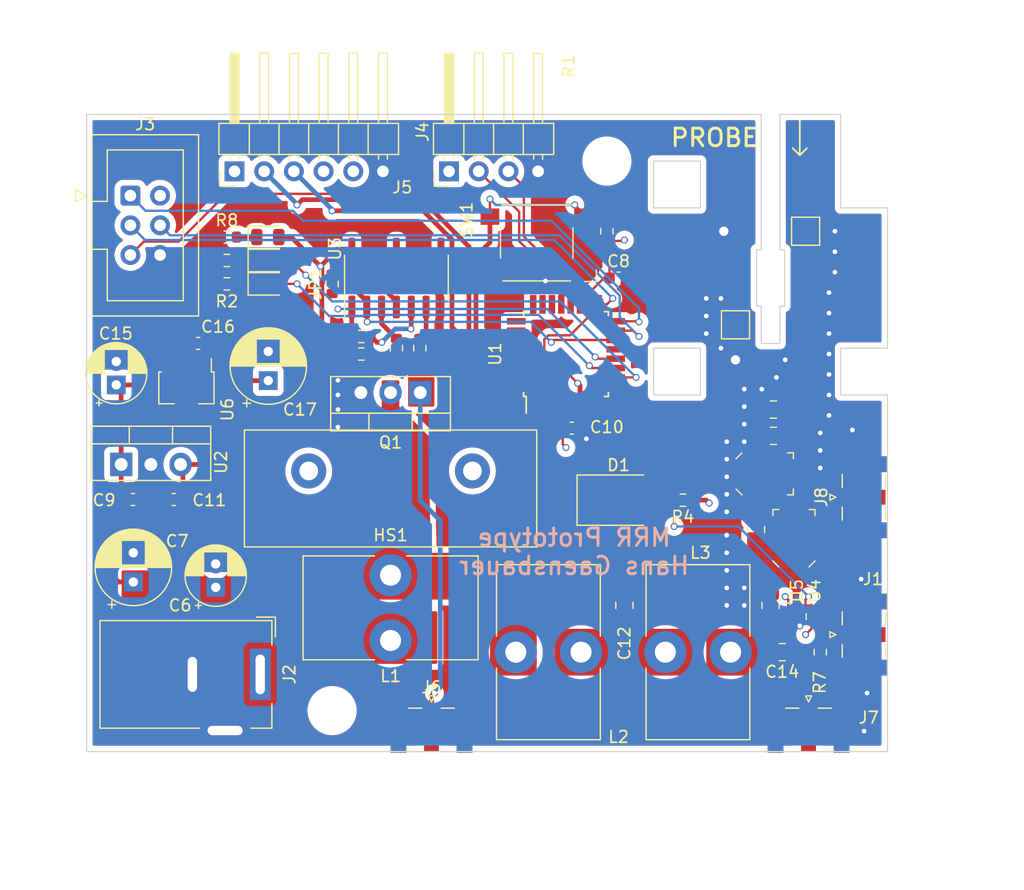
<source format=kicad_pcb>
(kicad_pcb (version 20211014) (generator pcbnew)
  (layers (0 "F.Cu" signal) (1 "In1.Cu" signal) (2 "In2.Cu" signal) (31 "B.Cu" signal) (34 "B.Paste" user) (35 "F.Paste" user) (36 "B.SilkS" user "B.Silkscreen") (37 "F.SilkS" user "F.Silkscreen") (38 "B.Mask" user) (39 "F.Mask" user) (44 "Edge.Cuts" user))
  (net 0 "")
  (net 1 "Net-(C1-Pad1)")
  (net 2 "Net-(C1-Pad2)")
  (net 3 "GND")
  (net 4 "+12V")
  (net 5 "+5V")
  (net 6 "Net-(C12-Pad2)")
  (net 7 "Net-(C13-Pad2)")
  (net 8 "Net-(C14-Pad1)")
  (net 9 "+3V3")
  (net 10 "Net-(D1-Pad1)")
  (net 11 "/SW")
  (net 12 "Net-(D2-Pad1)")
  (net 13 "Net-(D2-Pad2)")
  (net 14 "Net-(D3-Pad1)")
  (net 15 "Net-(D3-Pad2)")
  (net 16 "Net-(D4-Pad1)")
  (net 17 "Net-(J1-Pad1)")
  (net 18 "/SDO")
  (net 19 "/SCK")
  (net 20 "/~{RST}")
  (net 22 "/SDI")
  (net 23 "Net-(J4-Pad2)")
  (net 24 "Net-(J4-Pad3)")
  (net 26 "/DEBUG_TXD")
  (net 27 "/DEBUG_RXD")
  (net 30 "Net-(J6-Pad1)")
  (net 31 "Net-(JP1-Pad1)")
  (net 32 "Net-(JP1-Pad2)")
  (net 33 "Net-(JP2-Pad1)")
  (net 34 "Net-(JP2-Pad2)")
  (net 35 "Net-(L1-Pad2)")
  (net 36 "Net-(R5-Pad1)")
  (net 37 "Net-(R6-Pad1)")
  (net 38 "Net-(R7-Pad2)")
  (net 54 "Net-(U4-Pad6)")
  (footprint "Button_Switch_SMD:SW_SPST_Omron_B3FS-100xP" (layer "F.Cu") (at 213 91 180)
    (fp_text reference "SW1")
    (fp_text value "SW_MEC_5E")
  )
  (footprint "Diode_SMD:D_SMB" (layer "F.Cu") (at 220 113)
    (fp_text reference "D1")
    (fp_text value "D_Schottky")
  )
  (footprint "MRR:6-XFQFN" (layer "F.Cu") (at 236.75 122.5 90)
    (fp_text reference "U4")
    (fp_text value "SKY13453-385LF")
  )
  (footprint "Capacitor_SMD:C_Trimmer_Sprague-Goodman_SGC3" (layer "F.Cu") (at 235 116.25 90)
    (fp_text reference "C2" hide)
    (fp_text value "C_Trim")
  )
  (footprint "Resistor_SMD:R_0603_1608Metric" (layer "F.Cu") (at 195.5 94.5 90)
    (fp_text reference "JP1")
    (fp_text value "Jumper_2_Open")
  )
  (footprint "Resistor_SMD:R_0603_1608Metric" (layer "F.Cu") (at 198 100.5)
    (fp_text reference "JP3" hide)
    (fp_text value "Jumper_2_Bridged")
  )
  (footprint "LED_SMD:LED_0805_2012Metric" (layer "F.Cu") (at 190 90.5)
    (fp_text reference "D4" hide)
    (fp_text value "LED_Small")
  )
  (footprint "Inductor_THT:L_Toroid_Vertical_L14.7mm_W8.6mm_P5.58mm_Pulse_KM-1" (layer "F.Cu") (at 211.21 126 90)
    (fp_text reference "L2")
    (fp_text value "L")
  )
  (footprint "Resistor_SMD:R_0603_1608Metric" (layer "F.Cu") (at 237.25 126 90)
    (fp_text reference "R7")
    (fp_text value "51")
  )
  (footprint "LED_SMD:LED_0805_2012Metric" (layer "F.Cu") (at 190 94.5)
    (fp_text reference "D2" hide)
    (fp_text value "LED_Small")
  )
  (footprint "Connector_Coaxial:SMA_Samtec_SMA-J-P-X-ST-EM1_EdgeMount" (layer "F.Cu") (at 204 132.5)
    (fp_text reference "J6")
    (fp_text value "Conn_Coaxial")
  )
  (footprint "Resistor_SMD:R_0603_1608Metric" (layer "F.Cu") (at 186.5 90.5)
    (fp_text reference "R8")
    (fp_text value "510")
  )
  (footprint "Resistor_SMD:R_0603_1608Metric" (layer "F.Cu") (at 198 99)
    (fp_text reference "JP2" hide)
    (fp_text value "Jumper_2_Open")
  )
  (footprint "Package_TO_SOT_THT:TO-220-3_Vertical" (layer "F.Cu") (at 203.04 103.8 180)
    (fp_text reference "Q1")
    (fp_text value "IRF510")
  )
  (footprint "Capacitor_SMD:C_0805_2012Metric" (layer "F.Cu") (at 234 126 180)
    (fp_text reference "C14")
    (fp_text value "C_Small")
  )
  (footprint "Capacitor_SMD:C_0603_1608Metric" (layer "F.Cu") (at 220 94)
    (fp_text reference "C8")
    (fp_text value "100n")
  )
  (footprint "Connector_Coaxial:SMA_Samtec_SMA-J-P-X-ST-EM1_EdgeMount" (layer "F.Cu") (at 240.8375 112.75 90)
    (fp_text reference "J8")
    (fp_text value "Conn_Coaxial")
  )
  (footprint "MRR:BIG_HEATSINK" (layer "F.Cu") (at 200.5 110.5)
    (fp_text reference "HS1")
    (fp_text value "Heatsink")
  )
  (footprint "Capacitor_SMD:C_0805_2012Metric" (layer "F.Cu") (at 220.5 122 -90)
    (fp_text reference "C12")
    (fp_text value "C_Small")
  )
  (footprint "Capacitor_SMD:C_0603_1608Metric" (layer "F.Cu") (at 181.96 112.945 180)
    (fp_text reference "C11")
    (fp_text value "100n")
  )
  (footprint "Inductor_THT:L_Toroid_Vertical_L14.7mm_W8.6mm_P5.58mm_Pulse_KM-1" (layer "F.Cu") (at 200.5 125 180)
    (fp_text reference "L1")
    (fp_text value "L")
  )
  (footprint "Capacitor_SMD:C_0805_2012Metric" (layer "F.Cu") (at 233 122 -90)
    (fp_text reference "C13" hide)
    (fp_text value "C_Small")
  )
  (footprint "MountingHole:MountingHole_3.2mm_M3" (layer "F.Cu") (at 195.5 131)
    (fp_text reference "H1" hide)
    (fp_text value "MountingHole")
  )
  (footprint "MountingHole:MountingHole_3.2mm_M3" (layer "F.Cu") (at 219 84)
    (fp_text reference "H2" hide)
    (fp_text value "MountingHole")
  )
  (footprint "Resistor_SMD:R_0603_1608Metric" (layer "F.Cu") (at 186.5 94.5)
    (fp_text reference "R2")
    (fp_text value "510")
  )
  (footprint "TestPoint:TestPoint_Pad_2.0x2.0mm" (layer "F.Cu") (at 236 90 -90)
    (fp_text reference "TP1" hide)
    (fp_text value "TestPoint")
  )
  (footprint "Capacitor_THT:CP_Radial_D5.0mm_P2.00mm" (layer "F.Cu") (at 177.04 103.140904 90)
    (fp_text reference "C15")
    (fp_text value "10u")
  )
  (footprint "Resistor_SMD:R_0603_1608Metric" (layer "F.Cu") (at 186.5 92.5)
    (fp_text reference "R3" hide)
    (fp_text value "510")
  )
  (footprint "Resistor_SMD:R_0603_1608Metric" (layer "F.Cu") (at 203 100 -90)
    (fp_text reference "R6" hide)
    (fp_text value "0")
  )
  (footprint "Capacitor_SMD:C_Trimmer_Sprague-Goodman_SGC3" (layer "F.Cu") (at 232.5 110.75)
    (fp_text reference "C5" hide)
    (fp_text value "C_Trim")
  )
  (footprint "Package_SO:SOIC-14_3.9x8.7mm_P1.27mm" (layer "F.Cu") (at 201 94 90)
    (fp_text reference "U3")
    (fp_text value "CD74ACT08M")
  )
  (footprint "Capacitor_THT:CP_Radial_D6.3mm_P2.50mm" (layer "F.Cu") (at 190.04 102.778396 90)
    (fp_text reference "C17")
    (fp_text value "100u")
  )
  (footprint "Capacitor_SMD:C_0805_2012Metric" (layer "F.Cu") (at 233.25 107.5)
    (fp_text reference "C3" hide)
    (fp_text value "C_Small")
  )
  (footprint "Package_TO_SOT_SMD:SOT-89-3" (layer "F.Cu") (at 183.04 103.096017 -90)
    (fp_text reference "U6")
    (fp_text value "AZ1117-3.3")
  )
  (footprint "Connector_PinHeader_2.54mm:PinHeader_1x06_P2.54mm_Horizontal" (layer "F.Cu") (at 187.15 84.875 90)
    (fp_text reference "J5")
    (fp_text value "Conn_01x06_Male")
  )
  (footprint "Capacitor_THT:CP_Radial_D6.3mm_P2.50mm" (layer "F.Cu") (at 178.5 120 90)
    (fp_text reference "C7")
    (fp_text value "100u")
  )
  (footprint "Capacitor_SMD:C_0805_2012Metric" (layer "F.Cu") (at 231.75 115.5 90)
    (fp_text reference "C1" hide)
    (fp_text value "C_Small")
  )
  (footprint "Capacitor_THT:CP_Radial_D5.0mm_P2.00mm" (layer "F.Cu") (at 185.544887 120.455113 90)
    (fp_text reference "C6")
    (fp_text value "10u")
  )
  (footprint "MRR:6-XFQFN" (layer "F.Cu") (at 235 122.5)
    (fp_text reference "U5")
    (fp_text value "SKY13453-385LF")
  )
  (footprint "Connector_IDC:IDC-Header_2x03_P2.54mm_Vertical" (layer "F.Cu") (at 178.2475 86.955)
    (fp_text reference "J3")
    (fp_text value "ISP")
  )
  (footprint "Connector_Coaxial:SMA_Samtec_SMA-J-P-X-ST-EM1_EdgeMount" (layer "F.Cu") (at 236.25 132.5)
    (fp_text reference "J7")
    (fp_text value "Conn_Coaxial")
  )
  (footprint "Resistor_SMD:R_0603_1608Metric" (layer "F.Cu") (at 201 100 -90)
    (fp_text reference "R5" hide)
    (fp_text value "0")
  )
  (footprint "TestPoint:TestPoint_Pad_2.0x2.0mm" (layer "F.Cu") (at 230 98 -90)
    (fp_text reference "TP2" hide)
    (fp_text value "TestPoint")
  )
  (footprint "Connector_BarrelJack:BarrelJack_Wuerth_6941xx301002" (layer "F.Cu") (at 189.35 127.9 -90)
    (fp_text reference "J2")
    (fp_text value "Barrel_Jack_Switch")
  )
  (footprint "Capacitor_SMD:C_0805_2012Metric" (layer "F.Cu") (at 233.25 105.25)
    (fp_text reference "C4" hide)
    (fp_text value "C_Small")
  )
  (footprint "Capacitor_SMD:C_0603_1608Metric" (layer "F.Cu") (at 178.46 112.945)
    (fp_text reference "C9")
    (fp_text value "100n")
  )
  (footprint "Inductor_THT:L_Toroid_Vertical_L14.7mm_W8.6mm_P5.58mm_Pulse_KM-1" (layer "F.Cu") (at 224 126 90)
    (fp_text reference "L3")
    (fp_text value "L")
  )
  (footprint "Capacitor_SMD:C_0603_1608Metric" (layer "F.Cu") (at 216 106.840225)
    (fp_text reference "C10")
    (fp_text value "100n")
  )
  (footprint "Capacitor_SMD:C_0603_1608Metric" (layer "F.Cu") (at 184.04 99.596017)
    (fp_text reference "C16")
    (fp_text value "100n")
  )
  (footprint "Resistor_SMD:R_0603_1608Metric" (layer "F.Cu") (at 219 90 90)
    (fp_text reference "R1")
    (fp_text value "10k")
  )
  (footprint "Package_TO_SOT_THT:TO-220-3_Vertical" (layer "F.Cu") (at 177.46 109.945)
    (fp_text reference "U2")
    (fp_text value "LM7805_TO220")
  )
  (footprint "Package_QFP:TQFP-32_7x7mm_P0.8mm" (layer "F.Cu") (at 215.5 100.5 90)
    (fp_text reference "U1")
    (fp_text value "ATmega328P-A")
  )
  (footprint "Connector_PinHeader_2.54mm:PinHeader_1x04_P2.54mm_Horizontal" (layer "F.Cu") (at 205.5 84.875 90)
    (fp_text reference "J4")
    (fp_text value "Conn_01x04_Male")
  )
  (footprint "Connector_Coaxial:SMA_Samtec_SMA-J-P-X-ST-EM1_EdgeMount" (layer "F.Cu") (at 240.8375 124.5 90)
    (fp_text reference "J1")
    (fp_text value "Conn_Coaxial")
  )
  (footprint "Resistor_SMD:R_0603_1608Metric" (layer "F.Cu") (at 225.5 113 180)
    (fp_text reference "R4")
    (fp_text value "220")
  )
  (footprint "LED_SMD:LED_0805_2012Metric" (layer "F.Cu") (at 190 92.5)
    (fp_text reference "D3" hide)
    (fp_text value "LED_Small")
  )
  (gr_line (start 235.5 83.5) (end 236.1 82.9) (layer "F.SilkS") (width 0.15))
  (gr_line (start 235.5 83.5) (end 234.9 82.9) (layer "F.SilkS") (width 0.15))
  (gr_line (start 235.5 80.5) (end 235.5 83.5) (layer "F.SilkS") (width 0.15))
  (gr_line (start 174.5 80) (end 174.5 134.5) (layer "Edge.Cuts") (width 0.1))
  (gr_line (start 232.2 80) (end 227 80) (layer "Edge.Cuts") (width 0.1))
  (gr_line (start 223 88) (end 227 88) (layer "Edge.Cuts") (width 0.1))
  (gr_line (start 227 104) (end 227 100) (layer "Edge.Cuts") (width 0.1))
  (gr_line (start 239 104) (end 243 104) (layer "Edge.Cuts") (width 0.1))
  (gr_line (start 231.8 91.6) (end 232.2 91.6) (layer "Edge.Cuts") (width 0.1))
  (gr_line (start 233.8 80) (end 239 80) (layer "Edge.Cuts") (width 0.1))
  (gr_line (start 232.2 99.6) (end 232.2 96.4) (layer "Edge.Cuts") (width 0.1))
  (gr_line (start 243 100) (end 239 100) (layer "Edge.Cuts") (width 0.1))
  (gr_line (start 243 88) (end 243 100) (layer "Edge.Cuts") (width 0.1))
  (gr_line (start 227 80) (end 174.5 80) (layer "Edge.Cuts") (width 0.1))
  (gr_line (start 239 88) (end 239 84) (layer "Edge.Cuts") (width 0.1))
  (gr_line (start 233.8 91.6) (end 234.2 91.6) (layer "Edge.Cuts") (width 0.1))
  (gr_line (start 223 84) (end 223 88) (layer "Edge.Cuts") (width 0.1))
  (gr_line (start 232.2 91.6) (end 232.2 80) (layer "Edge.Cuts") (width 0.1))
  (gr_line (start 234.2 96.4) (end 233.8 96.4) (layer "Edge.Cuts") (width 0.1))
  (gr_line (start 239 84) (end 239 80) (layer "Edge.Cuts") (width 0.1))
  (gr_line (start 227 84) (end 223 84) (layer "Edge.Cuts") (width 0.1))
  (gr_line (start 232.2 96.4) (end 231.8 96.4) (layer "Edge.Cuts") (width 0.1))
  (gr_line (start 174.5 134.5) (end 243 134.5) (layer "Edge.Cuts") (width 0.1))
  (gr_line (start 239 100) (end 239 104) (layer "Edge.Cuts") (width 0.1))
  (gr_line (start 223 104) (end 227 104) (layer "Edge.Cuts") (width 0.1))
  (gr_line (start 233.8 99.6) (end 232.2 99.6) (layer "Edge.Cuts") (width 0.1))
  (gr_line (start 243 88) (end 239 88) (layer "Edge.Cuts") (width 0.1))
  (gr_line (start 233.8 96.4) (end 233.8 99.6) (layer "Edge.Cuts") (width 0.1))
  (gr_line (start 234.2 91.6) (end 234.2 96.4) (layer "Edge.Cuts") (width 0.1))
  (gr_line (start 233.8 80) (end 233.8 91.6) (layer "Edge.Cuts") (width 0.1))
  (gr_line (start 243 104) (end 243 134.5) (layer "Edge.Cuts") (width 0.1))
  (gr_line (start 227 88) (end 227 84) (layer "Edge.Cuts") (width 0.1))
  (gr_line (start 223 104) (end 223 100) (layer "Edge.Cuts") (width 0.1))
  (gr_line (start 227 100) (end 223 100) (layer "Edge.Cuts") (width 0.1))
  (gr_line (start 231.8 96.4) (end 231.8 91.6) (layer "Edge.Cuts") (width 0.1))
  (gr_text "MRR Prototype\nHans Gaensbauer" (at 216.2 117.4) (layer "B.SilkS") (effects (font (size 1.5 1.5) (thickness 0.25)) (justify mirror)))
  (gr_text "PROBE" (at 228.2 82) (layer "F.SilkS") (effects (font (size 1.5 1.5) (thickness 0.25))))
  (segment (start 235 122.07) (end 235 119.75) (width 0.2) (layer "F.Cu") (net 1))
  (segment (start 237.335 122.5) (end 238 123.165) (width 0.2) (layer "F.Cu") (net 3))
  (segment (start 215.1 95.175978) (end 214.174022 94.25) (width 0.4) (layer "F.Cu") (net 3))
  (segment (start 215.1 96.25) (end 215.1 95.175978) (width 0.4) (layer "F.Cu") (net 3))
  (segment (start 214.174022 94.25) (end 213.75 94.25) (width 0.4) (layer "F.Cu") (net 3))
  (segment (start 216.775 106.840225) (end 216.775 107.275) (width 0.2) (layer "F.Cu") (net 3))
  (segment (start 240.8375 107.8375) (end 240 107) (width 0.4) (layer "F.Cu") (net 3))
  (segment (start 240.8375 109.925) (end 240.8375 107.8375) (width 0.4) (layer "F.Cu") (net 3))
  (segment (start 235 123.25) (end 235.5 123.75) (width 0.2) (layer "F.Cu") (net 3))
  (segment (start 215.549511 103.399511) (end 215.9 103.75) (width 0.2) (layer "F.Cu") (net 3))
  (segment (start 214.3 104.75) (end 214.3 103.45) (width 0.2) (layer "F.Cu") (net 3))
  (segment (start 230 98) (end 230 91) (width 1) (layer "F.Cu") (net 3))
  (segment (start 215.9 103.75) (end 215.9 104.75) (width 0.2) (layer "F.Cu") (net 3))
  (segment (start 216.775 107.275) (end 217.25 107.75) (width 0.2) (layer "F.Cu") (net 3))
  (segment (start 240.75 132.5) (end 241 132.75) (width 0.4) (layer "F.Cu") (net 3))
  (segment (start 239.075 132.5) (end 240.75 132.5) (width 0.4) (layer "F.Cu") (net 3))
  (segment (start 230 91) (end 229 90) (width 1) (layer "F.Cu") (net 3))
  (segment (start 214.3 103.45) (end 214.35049 103.39951) (width 0.2) (layer "F.Cu") (net 3))
  (segment (start 237.18 122.5) (end 237.335 122.5) (width 0.2) (layer "F.Cu") (net 3))
  (segment (start 215.9 105.965225) (end 215.9 104.75) (width 0.2) (layer "F.Cu") (net 3))
  (segment (start 240.8375 121.675) (end 240.8375 119.8375) (width 0.4) (layer "F.Cu") (net 3))
  (segment (start 214.35049 103.39951) (end 215.549511 103.399511) (width 0.2) (layer "F.Cu") (net 3))
  (segment (start 235 122.93) (end 235 123.25) (width 0.2) (layer "F.Cu") (net 3))
  (segment (start 216.775 106.840225) (end 215.9 105.965225) (width 0.2) (layer "F.Cu") (net 3))
  (segment (start 238 123.165) (end 238 124) (width 0.2) (layer "F.Cu") (net 3))
  (segment (start 230 98) (end 230 101) (width 1) (layer "F.Cu") (net 3))
  (segment (start 240.8375 119.8375) (end 240.75 119.75) (width 0.4) (layer "F.Cu") (net 3))
  (via (at 240.75 119.75) (size 0.6) (drill 0.4) (layers "F.Cu" "B.Cu") (net 3))
  (via (at 238 104) (size 0.6) (drill 0.4) (layers "F.Cu" "B.Cu") (net 3))
  (via (at 237.25 110.25) (size 0.6) (drill 0.4) (layers "F.Cu" "B.Cu") (net 3))
  (via (at 238 105.75) (size 0.6) (drill 0.4) (layers "F.Cu" "B.Cu") (net 3))
  (via (at 233.5 102.5) (size 0.6) (drill 0.4) (layers "F.Cu" "B.Cu") (net 3))
  (via (at 237.25 107.25) (size 0.6) (drill 0.4) (layers "F.Cu" "B.Cu") (net 3))
  (via (at 238 95.25) (size 0.6) (drill 0.4) (layers "F.Cu" "B.Cu") (net 3))
  (via (at 238 97) (size 0.6) (drill 0.4) (layers "F.Cu" "B.Cu") (net 3))
  (via (at 213.75 94.25) (size 0.6) (drill 0.4) (layers "F.Cu" "B.Cu") (net 3))
  (via (at 234.25 101) (size 0.6) (drill 0.4) (layers "F.Cu" "B.Cu") (net 3))
  (via (at 227.5 97.25) (size 0.6) (drill 0.4) (layers "F.Cu" "B.Cu") (net 3))
  (via (at 229.25 119) (size 0.6) (drill 0.4) (layers "F.Cu" "B.Cu") (net 3))
  (via (at 232.25 103.5) (size 0.6) (drill 0.4) (layers "F.Cu" "B.Cu") (net 3))
  (via (at 237.25 108.75) (size 0.6) (drill 0.4) (layers "F.Cu" "B.Cu") (net 3))
  (via (at 229.25 112.5) (size 0.6) (drill 0.4) (layers "F.Cu" "B.Cu") (net 3))
  (via (at 241.25 129.5) (size 0.6) (drill 0.4) (layers "F.Cu" "B.Cu") (net 3))
  (via (at 230 101) (size 1.2) (drill 0.8) (layers "F.Cu" "B.Cu") (net 3))
  (via (at 238.5 93.5) (size 0.6) (drill 0.4) (layers "F.Cu" "B.Cu") (net 3))
  (via (at 229.25 116) (size 0.6) (drill 0.4) (layers "F.Cu" "B.Cu") (net 3))
  (via (at 217.25 107.75) (size 0.6) (drill 0.4) (layers "F.Cu" "B.Cu") (net 3))
  (via (at 196 105.25) (size 0.6) (drill 0.4) (layers "F.Cu" "B.Cu") (net 3))
  (via (at 230.75 103.5) (size 0.6) (drill 0.4) (layers "F.Cu" "B.Cu") (net 3))
  (via (at 228.75 100) (size 0.6) (drill 0.4) (layers "F.Cu" "B.Cu") (net 3))
  (via (at 238 100.5) (size 0.6) (drill 0.4) (layers "F.Cu" "B.Cu") (net 3))
  (via (at 229.25 122) (size 0.6) (drill 0.4) (layers "F.Cu" "B.Cu") (net 3))
  (via (at 230.75 106.5) (size 0.6) (drill 0.4) (layers "F.Cu" "B.Cu") (net 3))
  (via (at 229.25 108) (size 0.6) (drill 0.4) (layers "F.Cu" "B.Cu") (net 3))
  (via (at 238 98.75) (size 0.6) (drill 0.4) (layers "F.Cu" "B.Cu") (net 3))
  (via (at 238 102.25) (size 0.6) (drill 0.4) (layers "F.Cu" "B.Cu") (net 3))
  (via (at 227.5 95.75) (size 0.6) (drill 0.4) (layers "F.Cu" "B.Cu") (net 3))
  (via (at 240 107) (size 0.6) (drill 0.4) (layers "F.Cu" "B.Cu") (net 3))
  (via (at 196 102.75) (size 0.6) (drill 0.4) (layers "F.Cu" "B.Cu") (net 3))
  (via (at 229.25 114) (size 0.6) (drill 0.4) (layers "F.Cu" "B.Cu") (net 3))
  (via (at 230.75 122) (size 0.6) (drill 0.4) (layers "F.Cu" "B.Cu") (net 3))
  (via (at 229.25 117.5) (size 0.6) (drill 0.4) (layers "F.Cu" "B.Cu") (net 3))
  (via (at 230.75 105) (size 0.6) (drill 0.4) (layers "F.Cu" "B.Cu") (net 3))
  (via (at 196 104) (size 0.6) (drill 0.4) (layers "F.Cu" "B.Cu") (net 3))
  (via (at 238.5 91.75) (size 0.6) (drill 0.4) (layers "F.Cu" "B.Cu") (net 3))
  (via (at 229.25 111) (size 0.6) (drill 0.4) (layers "F.Cu" "B.Cu") (net 3))
  (via (at 229.25 109.5) (size 0.6) (drill 0.4) (layers "F.Cu" "B.Cu") (net 3))
  (via (at 229 90) (size 1.2) (drill 0.8) (layers "F.Cu" "B.Cu") (net 3))
  (via (at 238.5 90) (size 0.6) (drill 0.4) (layers "F.Cu" "B.Cu") (net 3))
  (via (at 227.5 98.75) (size 0.6) (drill 0.4) (layers "F.Cu" "B.Cu") (net 3))
  (via (at 241 132.75) (size 0.6) (drill 0.4) (layers "F.Cu" "B.Cu") (net 3))
  (via (at 230.75 120.5) (size 0.6) (drill 0.4) (layers "F.Cu" "B.Cu") (net 3))
  (via (at 228.75 95.75) (size 0.6) (drill 0.4) (layers "F.Cu" "B.Cu") (net 3))
  (via (at 230.75 108) (size 0.6) (drill 0.4) (layers "F.Cu" "B.Cu") (net 3))
  (via (at 229.25 120.5) (size 0.6) (drill 0.4) (layers "F.Cu" "B.Cu") (net 3))
  (via (at 235.5 123.75) (size 0.6) (drill 0.4) (layers "F.Cu" "B.Cu") (net 3))
  (via (at 196 106.75) (size 0.6) (drill 0.4) (layers "F.Cu" "B.Cu") (net 3))
  (segment (start 240.8375 129.0875) (end 241.25 129.5) (width 0.4) (layer "B.Cu") (net 3))
  (segment (start 240.8375 127.325) (end 240.8375 129.0875) (width 0.4) (layer "B.Cu") (net 3))
  (segment (start 177.46 109.945) (end 177.46 103.560904) (width 0.4) (layer "F.Cu") (net 4))
  (segment (start 180.694887 101.446017) (end 179 103.140904) (width 0.4) (layer "F.Cu") (net 4))
  (segment (start 178.5 120) (end 177.25 120) (width 0.4) (layer "F.Cu") (net 4))
  (segment (start 181.54 101.446017) (end 180.694887 101.446017) (width 0.4) (layer "F.Cu") (net 4))
  (segment (start 177.25 120) (end 176 118.75) (width 0.4) (layer "F.Cu") (net 4))
  (segment (start 177.46 109.945) (end 177.46 112.72) (width 0.4) (layer "F.Cu") (net 4))
  (segment (start 179 103.140904) (end 177.04 103.140904) (width 0.4) (layer "F.Cu") (net 4))
  (segment (start 177.46 112.72) (end 177.685 112.945) (width 0.4) (layer "F.Cu") (net 4))
  (segment (start 176 114.63) (end 177.685 112.945) (width 0.4) (layer "F.Cu") (net 4))
  (segment (start 176 118.75) (end 176 114.63) (width 0.4) (layer "F.Cu") (net 4))
  (segment (start 177.46 103.560904) (end 177.04 103.140904) (width 0.4) (layer "F.Cu") (net 4))
  (segment (start 194.5 93) (end 192 90.5) (width 0.4) (layer "F.Cu") (net 5))
  (segment (start 220.425 90.825) (end 220.5 90.75) (width 0.2) (layer "F.Cu") (net 5))
  (segment (start 215.1 106.715225) (end 215.1 104.75) (width 0.2) (layer "F.Cu") (net 5))
  (segment (start 219 90.825) (end 220.425 90.825) (width 0.2) (layer "F.Cu") (net 5))
  (segment (start 215.225 106.840225) (end 215.1 106.715225) (width 0.2) (layer "F.Cu") (net 5))
  (segment (start 219.225 91.05) (end 219 90.825) (width 0.2) (layer "F.Cu") (net 5))
  (segment (start 217.5 95.25) (end 218.75 94) (width 0.2) (layer "F.Cu") (net 5))
  (segment (start 186.805 109.945) (end 194.62548 102.12452) (width 0.4) (layer "F.Cu") (net 5))
  (segment (start 214.001677 98.900499) (end 213.650499 99.251677) (width 0.2) (layer "F.Cu") (net 5))
  (segment (start 195.975 91.525) (end 194.5 93) (width 0.4) (layer "F.Cu") (net 5))
  (segment (start 194.62548 102.12452) (end 194.62548 93.12548) (width 0.4) (layer "F.Cu") (net 5))
  (segment (start 182.735 110.14) (end 182.54 109.945) (width 0.4) (layer "F.Cu") (net 5))
  (segment (start 215.852788 98.900499) (end 214.001677 98.900499) (width 0.2) (layer "F.Cu") (net 5))
  (segment (start 213.650499 99.251677) (end 213.650499 100.150499) (width 0.2) (layer "F.Cu") (net 5))
  (segment (start 213.650499 100.150499) (end 216.5 103) (width 0.2) (layer "F.Cu") (net 5))
  (segment (start 216.7 103.2) (end 216.5 103) (width 0.4) (layer "F.Cu") (net 5))
  (segment (start 216.7 104.75) (end 216.7 103.2) (width 0.4) (layer "F.Cu") (net 5))
  (segment (start 217.5 96.25) (end 217.5 97.253287) (width 0.2) (layer "F.Cu") (net 5))
  (segment (start 217.5 97.253287) (end 215.852788 98.900499) (width 0.2) (layer "F.Cu") (net 5))
  (segment (start 218.75 94) (end 219.225 94) (width 0.2) (layer "F.Cu") (net 5))
  (segment (start 219.225 94) (end 219.225 91.05) (width 0.2) (layer "F.Cu") (net 5))
  (segment (start 194.62548 93.12548) (end 194.5 93) (width 0.4) (layer "F.Cu") (net 5))
  (segment (start 215.225 106.840225) (end 215.225 108.225) (width 0.2) (layer "F.Cu") (net 5))
  (segment (start 182.54 109.945) (end 186.805 109.945) (width 0.4) (layer "F.Cu") (net 5))
  (segment (start 192 90.5) (end 190.9375 90.5) (width 0.4) (layer "F.Cu") (net 5))
  (segment (start 197.19 91.525) (end 195.975 91.525) (width 0.4) (layer "F.Cu") (net 5))
  (segment (start 215.225 108.225) (end 215.5 108.5) (width 0.2) (layer "F.Cu") (net 5))
  (segment (start 182.735 112.945) (end 182.735 110.14) (width 0.4) (layer "F.Cu") (net 5))
  (segment (start 217.5 96.25) (end 217.5 95.25) (width 0.2) (layer "F.Cu") (net 5))
  (via (at 194.5 93) (size 0.6) (drill 0.4) (layers "F.Cu" "B.Cu") (net 5))
  (via (at 216.5 103) (size 0.6) (drill 0.4) (layers "F.Cu" "B.Cu") (net 5))
  (via (at 215.5 108.5) (size 0.6) (drill 0.4) (layers "F.Cu" "B.Cu") (net 5))
  (via (at 220.5 90.75) (size 0.6) (drill 0.4) (layers "F.Cu" "B.Cu") (net 5))
  (segment (start 234.515 122.75) (end 234.515 125.565) (width 0.2) (layer "F.Cu") (net 8))
  (segment (start 234.515 125.565) (end 234.95 126) (width 0.2) (layer "F.Cu") (net 8))
  (segment (start 234.515 122.25) (end 234.515 121.515) (width 0.2) (layer "F.Cu") (net 9))
  (segment (start 236.5 124) (end 236 124.5) (width 0.2) (layer "F.Cu") (net 9))
  (segment (start 183.265 101.308517) (end 183.04 101.533517) (width 0.4) (layer "F.Cu") (net 9))
  (segment (start 227.5 113) (end 227.75 113.25) (width 0.4) (layer "F.Cu") (net 9))
  (segment (start 183.04 101.845039) (end 183.04 101.533517) (width 0.4) (layer "F.Cu") (net 9))
  (segment (start 183.973357 102.778396) (end 183.04 101.845039) (width 0.4) (layer "F.Cu") (net 9))
  (segment (start 226.325 113) (end 227.5 113) (width 0.4) (layer "F.Cu") (net 9))
  (segment (start 183.265 99.596017) (end 183.265 101.308517) (width 0.4) (layer "F.Cu") (net 9))
  (segment (start 190.04 102.778396) (end 183.973357 102.778396) (width 0.4) (layer "F.Cu") (net 9))
  (segment (start 234.515 121.515) (end 234.25 121.25) (width 0.2) (layer "F.Cu") (net 9))
  (segment (start 236.5 122.985) (end 236.5 124) (width 0.2) (layer "F.Cu") (net 9))
  (via (at 234.25 121.25) (size 0.6) (drill 0.4) (layers "F.Cu" "B.Cu") (net 9))
  (via (at 236 124.5) (size 0.6) (drill 0.4) (layers "F.Cu" "B.Cu") (net 9))
  (via (at 227.75 113.25) (size 0.6) (drill 0.4) (layers "F.Cu" "B.Cu") (net 9))
  (segment (start 217.85 113) (end 213.5 108.65) (width 0.4) (layer "F.Cu") (net 10))
  (segment (start 213.5 108.65) (end 213.5 104.75) (width 0.4) (layer "F.Cu") (net 10))
  (segment (start 235.985 121.515) (end 236.25 121.25) (width 0.2) (layer "F.Cu") (net 11))
  (segment (start 222.15 113) (end 224.675 113) (width 0.4) (layer "F.Cu") (net 11))
  (segment (start 235.72 122.015) (end 235.985 122.015) (width 0.2) (layer "F.Cu") (net 11))
  (segment (start 235.985 122.015) (end 235.985 121.515) (width 0.2) (layer "F.Cu") (net 11))
  (segment (start 224.75 115.25) (end 224.75 113.075) (width 0.2) (layer "F.Cu") (net 11))
  (segment (start 235.985 122.015) (end 236.5 122.015) (width 0.2) (layer "F.Cu") (net 11))
  (segment (start 235.485 122.25) (end 235.72 122.015) (width 0.2) (layer "F.Cu") (net 11))
  (segment (start 224.75 113.075) (end 224.675 113) (width 0.2) (layer "F.Cu") (net 11))
  (via (at 224.75 115.25) (size 0.6) (drill 0.4) (layers "F.Cu" "B.Cu") (net 11))
  (via (at 236.25 121.25) (size 0.6) (drill 0.4) (layers "F.Cu" "B.Cu") (net 11))
  (segment (start 224.75 115.25) (end 230.25 115.25) (width 0.2) (layer "B.Cu") (net 11))
  (segment (start 230.25 115.25) (end 236.25 121.25) (width 0.2) (layer "B.Cu") (net 11))
  (segment (start 187.325 94.5) (end 189.0625 94.5) (width 0.4) (layer "F.Cu") (net 12))
  (segment (start 219.75 101.7) (end 217.7 101.7) (width 0.2) (layer "F.Cu") (net 13))
  (segment (start 192.5 94.5) (end 190.9375 94.5) (width 0.2) (layer "F.Cu") (net 13))
  (segment (start 217.7 101.7) (end 217.5 101.5) (width 0.2) (layer "F.Cu") (net 13))
  (via (at 192.5 94.5) (size 0.6) (drill 0.4) (layers "F.Cu" "B.Cu") (net 13))
  (via (at 217.5 101.5) (size 0.6) (drill 0.4) (layers "F.Cu" "B.Cu") (net 13))
  (segment (start 217.5 101.5) (end 213.150499 97.150499) (width 0.2) (layer "B.Cu") (net 13))
  (segment (start 213.150499 97.150499) (end 198.251677 97.150499) (width 0.2) (layer "B.Cu") (net 13))
  (segment (start 198.251677 97.150499) (end 198.152176 97.25) (width 0.2) (layer "B.Cu") (net 13))
  (segment (start 195.25 97.25) (end 192.5 94.5) (width 0.2) (layer "B.Cu") (net 13))
  (segment (start 198.152176 97.25) (end 195.25 97.25) (width 0.2) (layer "B.Cu") (net 13))
  (segment (start 187.325 92.5) (end 189.0625 92.5) (width 0.4) (layer "F.Cu") (net 14))
  (segment (start 190.9375 92.5) (end 192 92.5) (width 0.2) (layer "F.Cu") (net 15))
  (segment (start 192 92.5) (end 193.25 93.75) (width 0.2) (layer "F.Cu") (net 15))
  (segment (start 221.5 102.5) (end 219.75 102.5) (width 0.2) (layer "F.Cu") (net 15))
  (via (at 221.5 102.5) (size 0.6) (drill 0.4) (layers "F.Cu" "B.Cu") (net 15))
  (via (at 193.25 93.75) (size 0.6) (drill 0.4) (layers "F.Cu" "B.Cu") (net 15))
  (segment (start 195.25 95.75) (end 195.5 96) (width 0.2) (layer "B.Cu") (net 15))
  (segment (start 215 96) (end 221.5 102.5) (width 0.2) (layer "B.Cu") (net 15))
  (segment (start 195.5 96) (end 213.75 96) (width 0.2) (layer "B.Cu") (net 15))
  (segment (start 193.25 93.75) (end 195.25 95.75) (width 0.2) (layer "B.Cu") (net 15))
  (segment (start 213.75 96) (end 215 96) (width 0.2) (layer "B.Cu") (net 15))
  (segment (start 187.325 90.5) (end 189.0625 90.5) (width 0.4) (layer "F.Cu") (net 16))
  (segment (start 240 124.5) (end 237.515 122.015) (width 0.2) (layer "F.Cu") (net 17))
  (segment (start 237.515 122.015) (end 237 122.015) (width 0.2) (layer "F.Cu") (net 17))
  (segment (start 241.0375 124.5) (end 240 124.5) (width 0.2) (layer "F.Cu") (net 17))
  (segment (start 221.7 97.7) (end 219.75 97.7) (width 0.2) (layer "F.Cu") (net 18))
  (segment (start 221.75 97.75) (end 221.7 97.7) (width 0.2) (layer "F.Cu") (net 18))
  (via (at 221.75 97.75) (size 0.6) (drill 0.4) (layers "F.Cu" "B.Cu") (net 18))
  (segment (start 192.151687 88.249511) (end 193.001677 89.099501) (width 0.2) (layer "B.Cu") (net 18))
  (segment (start 214.262318 89.099501) (end 221.75 96.587183) (width 0.2) (layer "B.Cu") (net 18))
  (segment (start 178.2475 86.955) (end 179.542011 88.249511) (width 0.2) (layer "B.Cu") (net 18))
  (segment (start 221.75 96.587183) (end 221.75 97.75) (width 0.2) (layer "B.Cu") (net 18))
  (segment (start 193.001677 89.099501) (end 214.262318 89.099501) (width 0.2) (layer "B.Cu") (net 18))
  (segment (start 179.542011 88.249511) (end 192.151687 88.249511) (width 0.2) (layer "B.Cu") (net 18))
  (segment (start 219 96.25) (end 219.5 95.75) (width 0.2) (layer "F.Cu") (net 19))
  (segment (start 218.3 96.25) (end 219 96.25) (width 0.2) (layer "F.Cu") (net 19))
  (via (at 219.5 95.75) (size 0.6) (drill 0.4) (layers "F.Cu" "B.Cu") (net 19))
  (segment (start 178.2475 89.495) (end 179.5025 90.75) (width 0.2) (layer "B.Cu") (net 19))
  (segment (start 179.5025 90.75) (end 214.5 90.75) (width 0.2) (layer "B.Cu") (net 19))
  (segment (start 214.5 90.75) (end 219.5 95.75) (width 0.2) (layer "B.Cu") (net 19))
  (segment (start 217 88.75) (end 217 88.5) (width 0.2) (layer "F.Cu") (net 20))
  (segment (start 211.25 100.9) (end 210.145672 100.9) (width 0.4) (layer "F.Cu") (net 20))
  (segment (start 186.449012 86.800988) (end 207.050988 86.800988) (width 0.2) (layer "F.Cu") (net 20))
  (segment (start 207.800489 98.554817) (end 207.800489 92.150489) (width 0.4) (layer "F.Cu") (net 20))
  (segment (start 179.397011 90.885489) (end 182.364511 90.885489) (width 0.2) (layer "F.Cu") (net 20))
  (segment (start 182.364511 90.885489) (end 186.449012 86.800988) (width 0.2) (layer "F.Cu") (net 20))
  (segment (start 217 88.75) (end 218.575 88.75) (width 0.2) (layer "F.Cu") (net 20))
  (segment (start 207.800489 92.150489) (end 209 90.950978) (width 0.4) (layer "F.Cu") (net 20))
  (segment (start 210.145672 100.9) (end 207.800489 98.554817) (width 0.4) (layer "F.Cu") (net 20))
  (segment (start 217 88.5) (end 216.25 87.75) (width 0.2) (layer "F.Cu") (net 20))
  (segment (start 178.2475 92.035) (end 179.397011 90.885489) (width 0.2) (layer "F.Cu") (net 20))
  (segment (start 218.575 88.75) (end 219 89.175) (width 0.2) (layer "F.Cu") (net 20))
  (segment (start 207.050988 86.800988) (end 209 88.75) (width 0.2) (layer "F.Cu") (net 20))
  (segment (start 209 90.950978) (end 209 88.75) (width 0.4) (layer "F.Cu") (net 20))
  (segment (start 209 87.25) (end 209 88.75) (width 0.2) (layer "F.Cu") (net 20))
  (via (at 209 87.25) (size 0.6) (drill 0.4) (layers "F.Cu" "B.Cu") (net 20))
  (via (at 216.25 87.75) (size 0.6) (drill 0.4) (layers "F.Cu" "B.Cu") (net 20))
  (segment (start 209.5 87.75) (end 209 87.25) (width 0.2) (layer "B.Cu") (net 20))
  (segment (start 216.25 87.75) (end 209.5 87.75) (width 0.2) (layer "B.Cu") (net 20))
  (segment (start 221.25 98.5) (end 221.75 99) (width 0.2) (layer "F.Cu") (net 22))
  (segment (start 219.75 98.5) (end 221.25 98.5) (width 0.2) (layer "F.Cu") (net 22))
  (via (at 221.75 99) (size 0.6) (drill 0.4) (layers "F.Cu" "B.Cu") (net 22))
  (segment (start 221.75 99) (end 220.099501 97.349501) (width 0.2) (layer "B.Cu") (net 22))
  (segment (start 220.099501 95.501678) (end 214.942823 90.345) (width 0.2) (layer "B.Cu") (net 22))
  (segment (start 214.942823 90.345) (end 181.6375 90.345) (width 0.2) (layer "B.Cu") (net 22))
  (segment (start 181.6375 90.345) (end 180.7875 89.495) (width 0.2) (layer "B.Cu") (net 22))
  (segment (start 220.099501 97.349501) (end 220.099501 95.501678) (width 0.2) (layer "B.Cu") (net 22))
  (segment (start 215.9 95.25) (end 211.5 90.85) (width 0.2) (layer "F.Cu") (net 23))
  (segment (start 211.5 88.335) (end 208.04 84.875) (width 0.2) (layer "F.Cu") (net 23))
  (segment (start 211.5 90.85) (end 211.5 88.335) (width 0.2) (layer "F.Cu") (net 23))
  (segment (start 215.9 96.25) (end 215.9 95.25) (width 0.2) (layer "F.Cu") (net 23))
  (segment (start 211.899511 86.194511) (end 211.899511 90.449511) (width 0.2) (layer "F.Cu") (net 24))
  (segment (start 216.7 95.25) (end 216.7 96.25) (width 0.2) (layer "F.Cu") (net 24))
  (segment (start 211.899511 90.449511) (end 216.7 95.25) (width 0.2) (layer "F.Cu") (net 24))
  (segment (start 210.58 84.875) (end 211.899511 86.194511) (width 0.2) (layer "F.Cu") (net 24))
  (segment (start 210.097836 101.7) (end 207.200978 98.803142) (width 0.4) (layer "F.Cu") (net 26))
  (segment (start 211.25 101.7) (end 210.097836 101.7) (width 0.4) (layer "F.Cu") (net 26))
  (segment (start 207.200978 91.316004) (end 203.185473 87.300499) (width 0.4) (layer "F.Cu") (net 26))
  (segment (start 192.949501 87.300499) (end 192.5 87.75) (width 0.4) (layer "F.Cu") (net 26))
  (segment (start 207.200978 98.803142) (end 207.200978 91.316004) (width 0.4) (layer "F.Cu") (net 26))
  (segment (start 203.185473 87.300499) (end 192.949501 87.300499) (width 0.4) (layer "F.Cu") (net 26))
  (via (at 192.5 87.75) (size 0.6) (drill 0.4) (layers "F.Cu" "B.Cu") (net 26))
  (segment (start 192.5 87.685) (end 192.5 87.75) (width 0.4) (layer "B.Cu") (net 26))
  (segment (start 189.69 84.875) (end 192.5 87.685) (width 0.4) (layer "B.Cu") (net 26))
  (segment (start 205.75 98.2) (end 205.75 90.712862) (width 0.4) (layer "F.Cu") (net 27))
  (segment (start 205.75 90.712862) (end 203.287138 88.25) (width 0.4) (layer "F.Cu") (net 27))
  (segment (start 210.05 102.5) (end 205.75 98.2) (width 0.4) (layer "F.Cu") (net 27))
  (segment (start 203.287138 88.25) (end 195.5 88.25) (width 0.4) (layer "F.Cu") (net 27))
  (segment (start 211.25 102.5) (end 210.05 102.5) (width 0.4) (layer "F.Cu") (net 27))
  (via (at 195.5 88.25) (size 0.6) (drill 0.4) (layers "F.Cu" "B.Cu") (net 27))
  (segment (start 192.23 84.875) (end 195.5 88.145) (width 0.4) (layer "B.Cu") (net 27))
  (segment (start 195.5 88.145) (end 195.5 88.25) (width 0.4) (layer "B.Cu") (net 27))
  (segment (start 204 132.7) (end 204 129.75) (width 0.4) (layer "F.Cu") (net 30))
  (segment (start 204 129.75) (end 204.25 129.5) (width 0.4) (layer "F.Cu") (net 30))
  (via (at 204.25 129.5) (size 0.6) (drill 0.4) (layers "F.Cu" "B.Cu") (net 30))
  (segment (start 204.25 129.5) (end 204.75 129) (width 0.4) (layer "B.Cu") (net 30))
  (segment (start 203.04 113.04) (end 203.04 103.8) (width 0.4) (layer "B.Cu") (net 30))
  (segment (start 204.75 114.75) (end 203.04 113.04) (width 0.4) (layer "B.Cu") (net 30))
  (segment (start 204.75 129) (end 204.75 114.75) (width 0.4) (layer "B.Cu") (net 30))
  (segment (start 214.45 99.3) (end 214.25 99.5) (width 0.2) (layer "F.Cu") (net 31))
  (segment (start 198.5 97.75) (end 198.5 96.515) (width 0.2) (layer "F.Cu") (net 31))
  (segment (start 197.567618 95.10048) (end 198.46 95.992862) (width 0.4) (layer "F.Cu") (net 31))
  (segment (start 219.75 99.3) (end 214.45 99.3) (width 0.2) (layer "F.Cu") (net 31))
  (segment (start 195.72452 95.10048) (end 197.567618 95.10048) (width 0.4) (layer "F.Cu") (net 31))
  (segment (start 195.5 95.325) (end 195.72452 95.10048) (width 0.4) (layer "F.Cu") (net 31))
  (segment (start 198.46 95.992862) (end 198.46 96.475) (width 0.4) (layer "F.Cu") (net 31))
  (segment (start 198.5 96.515) (end 198.46 96.475) (width 0.2) (layer "F.Cu") (net 31))
  (via (at 198.5 97.75) (size 0.6) (drill 0.4) (layers "F.Cu" "B.Cu") (net 31))
  (via (at 214.25 99.5) (size 0.6) (drill 0.4) (layers "F.Cu" "B.Cu") (net 31))
  (segment (start 198.5 97.75) (end 212.5 97.75) (width 0.2) (layer "B.Cu") (net 31))
  (segment (start 212.5 97.75) (end 214.25 99.5) (width 0.2) (layer "B.Cu") (net 31))
  (segment (start 198.682138 93.675) (end 201 95.992862) (width 0.4) (layer "F.Cu") (net 32))
  (segment (start 195.5 93.675) (end 198.682138 93.675) (width 0.4) (layer "F.Cu") (net 32))
  (segment (start 201 95.992862) (end 201 96.475) (width 0.4) (layer "F.Cu") (net 32))
  (segment (start 197.175 99) (end 197.175 96.49) (width 0.4) (layer "F.Cu") (net 33))
  (segment (start 219.75 100.9) (end 218.15 100.9) (width 0.2) (layer "F.Cu") (net 33))
  (segment (start 197.0145 96.6505) (end 196 96.6505) (width 0.2) (layer "F.Cu") (net 33))
  (segment (start 197.19 96.475) (end 197.0145 96.6505) (width 0.2) (layer "F.Cu") (net 33))
  (segment (start 197.175 96.49) (end 197.19 96.475) (width 0.4) (layer "F.Cu") (net 33))
  (segment (start 218.15 100.9) (end 218 100.75) (width 0.2) (layer "F.Cu") (net 33))
  (via (at 218 100.75) (size 0.6) (drill 0.4) (layers "F.Cu" "B.Cu") (net 33))
  (via (at 196 96.6505) (size 0.6) (drill 0.4) (layers "F.Cu" "B.Cu") (net 33))
  (segment (start 218 100.75) (end 213.9005 96.6505) (width 0.2) (layer "B.Cu") (net 33))
  (segment (start 213.9005 96.6505) (end 196 96.6505) (width 0.2) (layer "B.Cu") (net 33))
  (segment (start 202.27 98.30927) (end 202.22977 98.3495) (width 0.4) (layer "F.Cu") (net 34))
  (segment (start 199.75 99.5) (end 199.325 99.5) (width 0.4) (layer "F.Cu") (net 34))
  (segment (start 198.825 100.5) (end 198.825 99) (width 0.4) (layer "F.Cu") (net 34))
  (segment (start 199.325 99.5) (end 198.825 99) (width 0.4) (layer "F.Cu") (net 34))
  (segment (start 202.27 96.475) (end 202.27 98.30927) (width 0.4) (layer "F.Cu") (net 34))
  (via (at 199.75 99.5) (size 0.6) (drill 0.4) (layers "F.Cu" "B.Cu") (net 34))
  (via (at 202.22977 98.3495) (size 0.6) (drill 0.4) (layers "F.Cu" "B.Cu") (net 34))
  (segment (start 199.75 99.5) (end 200.9005 98.3495) (width 0.4) (layer "B.Cu") (net 34))
  (segment (start 200.9005 98.3495) (end 202.22977 98.3495) (width 0.4) (layer "B.Cu") (net 34))
  (segment (start 199.73 97.905) (end 201 99.175) (width 0.4) (layer "F.Cu") (net 36))
  (segment (start 199.73 96.475) (end 199.73 97.905) (width 0.4) (layer "F.Cu") (net 36))
  (segment (start 203.54 96.475) (end 203.54 98.635) (width 0.4) (layer "F.Cu") (net 37))
  (segment (start 203.54 98.635) (end 203 99.175) (width 0.4) (layer "F.Cu") (net 37))
  (segment (start 237 124.925) (end 237.25 125.175) (width 0.2) (layer "F.Cu") (net 38))
  (segment (start 237 122.985) (end 237 124.925) (width 0.2) (layer "F.Cu") (net 38))
  (segment (start 236.32 122.5) (end 236.07 122.75) (width 0.2) (layer "F.Cu") (net 54))
  (segment (start 236.07 122.75) (end 235.485 122.75) (width 0.2) (layer "F.Cu") (net 54))
  (zone (net 2) (net_name "Net-(C1-Pad2)") (layer "F.Cu") (priority 1) (connect_pads yes (clearance 0.508)) (min_thickness 0.254) (fill yes (thermal_gap 0.508) (thermal_bridge_width 0.508))
    (polygon (pts (xy 236.5 106) (xy 233.75 106) (xy 233.75 103.75) (xy 235.5 103.75) (xy 235.5 89.25) (xy 236.5 89.25)))
  )
  (zone (net 35) (net_name "Net-(L1-Pad2)") (layer "F.Cu") (priority 1) (connect_pads yes (clearance 0.508)) (min_thickness 0.254) (fill yes (thermal_gap 0.508) (thermal_bridge_width 0.508))
    (polygon (pts (xy 201.25 105) (xy 203.75 107.5) (xy 204 121.5) (xy 197 121.5) (xy 197.25 107.5) (xy 199.75 105) (xy 199.75 102.75) (xy 201.25 102.75)))
  )
  (zone (net 1) (net_name "Net-(C1-Pad1)") (layer "F.Cu") (priority 1) (connect_pads yes (clearance 0.508)) (min_thickness 0.254) (fill yes (thermal_gap 0.508) (thermal_bridge_width 0.508))
    (polygon (pts (xy 242.75 113.75) (xy 238 113.75) (xy 238 121.5) (xy 236.75 121.5) (xy 234.25 121.5) (xy 231 117.25) (xy 231 115.75) (xy 236.5 115.75) (xy 236.5 112) (xy 242.75 112)))
  )
  (zone (net 7) (net_name "Net-(C13-Pad2)") (layer "F.Cu") (priority 1) (connect_pads yes (clearance 0.508)) (min_thickness 0.254) (fill yes (thermal_gap 0.508) (thermal_bridge_width 0.508))
    (polygon (pts (xy 233.75 128) (xy 227.5 128) (xy 227.5 124) (xy 230.5 124) (xy 232 122.5) (xy 233.75 122.5)))
  )
  (zone (net 3) (net_name "GND") (layers "F.Cu" "In1.Cu" "B.Cu") (connect_pads yes (clearance 0.508)) (min_thickness 0.254) (fill yes (thermal_gap 0.508) (thermal_bridge_width 0.508))
    (polygon (pts (xy 243 134.5) (xy 174.5 134.5) (xy 174.5 80) (xy 242.75 80)))
  )
  (zone (net 4) (net_name "+12V") (layer "F.Cu") (priority 1) (connect_pads yes (clearance 0.508)) (min_thickness 0.254) (fill yes (thermal_gap 0.508) (thermal_bridge_width 0.508))
    (polygon (pts (xy 193.5 127) (xy 191.5 131) (xy 187 131) (xy 187 122.5) (xy 177.5 122.5) (xy 177.5 119) (xy 193.5 119)))
  )
  (zone (net 6) (net_name "Net-(C12-Pad2)") (layer "F.Cu") (priority 1) (connect_pads yes (clearance 0.508)) (min_thickness 0.254) (fill yes (thermal_gap 0.508) (thermal_bridge_width 0.508))
    (polygon (pts (xy 223 124) (xy 226.5 124) (xy 226.5 128) (xy 214.5 128) (xy 214.5 124) (xy 218 124) (xy 219.5 122.5) (xy 221.5 122.5)))
  )
  (zone (net 4) (net_name "+12V") (layer "F.Cu") (priority 1) (connect_pads yes (clearance 0.508)) (min_thickness 0.254) (fill yes (thermal_gap 0.508) (thermal_bridge_width 0.508))
    (polygon (pts (xy 204.5 127) (xy 193.5 127) (xy 191.5 131) (xy 187 131) (xy 187 122.5) (xy 204.5 122.5)))
  )
  (zone (net 35) (net_name "Net-(L1-Pad2)") (layer "F.Cu") (priority 1) (connect_pads yes (clearance 0.508)) (min_thickness 0.254) (fill yes (thermal_gap 0.508) (thermal_bridge_width 0.508))
    (polygon (pts (xy 213 128) (xy 209 128) (xy 209 122.5) (xy 208 121.5) (xy 200.5 121.5) (xy 200.5 117.5) (xy 213 117.5)))
  )
  (zone (net 8) (net_name "Net-(C14-Pad1)") (layer "F.Cu") (priority 1) (connect_pads yes (clearance 0.508)) (min_thickness 0.254) (fill yes (thermal_gap 0.508) (thermal_bridge_width 0.508))
    (polygon (pts (xy 237 134) (xy 235.5 134) (xy 235.5 128) (xy 234.5 128) (xy 234.5 123.5) (xy 237 123.5)))
  )
  (zone (net 2) (net_name "Net-(C1-Pad2)") (layer "F.Cu") (priority 1) (connect_pads yes (clearance 0.508)) (min_thickness 0.254) (fill yes (thermal_gap 0.508) (thermal_bridge_width 0.508))
    (polygon (pts (xy 235.75 115) (xy 231 115) (xy 231 113.25) (xy 233.75 113.25) (xy 233.75 104.5) (xy 235.75 104.5)))
  )
  (zone (net 30) (net_name "Net-(J6-Pad1)") (layer "F.Cu") (priority 1) (connect_pads yes (clearance 0.508)) (min_thickness 0.254) (fill yes (thermal_gap 0.508) (thermal_bridge_width 0.508))
    (polygon (pts (xy 204.25 105) (xy 202 105) (xy 202 102) (xy 200.5 102) (xy 200.5 100.5) (xy 204.25 100.5)))
  )
)
</source>
